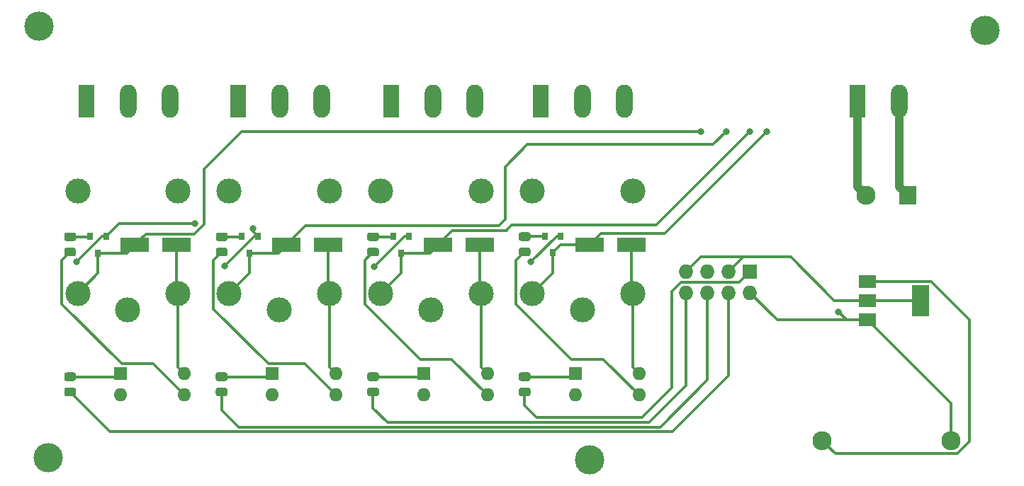
<source format=gbr>
%TF.GenerationSoftware,KiCad,Pcbnew,5.1.9-73d0e3b20d~88~ubuntu20.04.1*%
%TF.CreationDate,2021-10-10T01:19:02+05:30*%
%TF.ProjectId,ESP-Switch,4553502d-5377-4697-9463-682e6b696361,rev?*%
%TF.SameCoordinates,Original*%
%TF.FileFunction,Copper,L2,Bot*%
%TF.FilePolarity,Positive*%
%FSLAX46Y46*%
G04 Gerber Fmt 4.6, Leading zero omitted, Abs format (unit mm)*
G04 Created by KiCad (PCBNEW 5.1.9-73d0e3b20d~88~ubuntu20.04.1) date 2021-10-10 01:19:02*
%MOMM*%
%LPD*%
G01*
G04 APERTURE LIST*
%TA.AperFunction,ComponentPad*%
%ADD10C,2.600000*%
%TD*%
%TA.AperFunction,ConnectorPad*%
%ADD11C,3.500000*%
%TD*%
%TA.AperFunction,ComponentPad*%
%ADD12C,3.000000*%
%TD*%
%TA.AperFunction,ComponentPad*%
%ADD13R,1.727200X1.727200*%
%TD*%
%TA.AperFunction,ComponentPad*%
%ADD14O,1.727200X1.727200*%
%TD*%
%TA.AperFunction,ComponentPad*%
%ADD15R,1.980000X3.960000*%
%TD*%
%TA.AperFunction,ComponentPad*%
%ADD16O,1.980000X3.960000*%
%TD*%
%TA.AperFunction,ComponentPad*%
%ADD17C,2.300000*%
%TD*%
%TA.AperFunction,ComponentPad*%
%ADD18R,2.000000X2.300000*%
%TD*%
%TA.AperFunction,SMDPad,CuDef*%
%ADD19R,2.000000X3.800000*%
%TD*%
%TA.AperFunction,SMDPad,CuDef*%
%ADD20R,2.000000X1.500000*%
%TD*%
%TA.AperFunction,ComponentPad*%
%ADD21O,1.600000X1.600000*%
%TD*%
%TA.AperFunction,ComponentPad*%
%ADD22R,1.600000X1.600000*%
%TD*%
%TA.AperFunction,SMDPad,CuDef*%
%ADD23R,3.500000X1.800000*%
%TD*%
%TA.AperFunction,SMDPad,CuDef*%
%ADD24R,0.800000X0.900000*%
%TD*%
%TA.AperFunction,ViaPad*%
%ADD25C,0.800000*%
%TD*%
%TA.AperFunction,Conductor*%
%ADD26C,0.300000*%
%TD*%
%TA.AperFunction,Conductor*%
%ADD27C,1.000000*%
%TD*%
G04 APERTURE END LIST*
D10*
%TO.P,H1,1*%
%TO.N,N/C*%
X107100000Y-79110000D03*
D11*
X107100000Y-79110000D03*
%TD*%
D12*
%TO.P,K2,A1*%
%TO.N,+5V*%
X76050000Y-59180000D03*
%TO.P,K2,14*%
%TO.N,/AC\u005CL2-2*%
X76050000Y-46980000D03*
%TO.P,K2,12*%
%TO.N,/AC\u005CL2-1*%
X64050000Y-46980000D03*
%TO.P,K2,A2*%
%TO.N,Net-(D2-Pad2)*%
X64050000Y-59180000D03*
%TO.P,K2,11*%
%TO.N,/AC\u005CL2-3*%
X70050000Y-61180000D03*
%TD*%
%TO.P,K1,11*%
%TO.N,/AC\u005CL1-3*%
X51950000Y-61180000D03*
%TO.P,K1,A2*%
%TO.N,Net-(D1-Pad2)*%
X45950000Y-59180000D03*
%TO.P,K1,12*%
%TO.N,/AC\u005CL1-1*%
X45950000Y-46980000D03*
%TO.P,K1,14*%
%TO.N,/AC\u005CL1-2*%
X57950000Y-46980000D03*
%TO.P,K1,A1*%
%TO.N,+5V*%
X57950000Y-59180000D03*
%TD*%
D13*
%TO.P,ESP-01,1*%
%TO.N,Out4*%
X126280000Y-56570000D03*
D14*
%TO.P,ESP-01,2*%
%TO.N,GND*%
X126280000Y-59110000D03*
%TO.P,ESP-01,3*%
%TO.N,+3V3*%
X123740000Y-56570000D03*
%TO.P,ESP-01,4*%
%TO.N,Out1*%
X123740000Y-59110000D03*
%TO.P,ESP-01,5*%
%TO.N,N/C*%
X121200000Y-56570000D03*
%TO.P,ESP-01,6*%
%TO.N,Out2*%
X121200000Y-59110000D03*
%TO.P,ESP-01,7*%
%TO.N,+3V3*%
X118660000Y-56570000D03*
%TO.P,ESP-01,8*%
%TO.N,Out3*%
X118660000Y-59110000D03*
%TD*%
D15*
%TO.P,Switch-C1,1*%
%TO.N,/AC\u005CL3-1*%
X83400000Y-36210000D03*
D16*
%TO.P,Switch-C1,2*%
%TO.N,/AC\u005CL3-3*%
X88400000Y-36210000D03*
%TO.P,Switch-C1,3*%
%TO.N,/AC\u005CL3-2*%
X93400000Y-36210000D03*
%TD*%
%TO.P,Switch-A1,3*%
%TO.N,/AC\u005CL1-2*%
X57005000Y-36210000D03*
%TO.P,Switch-A1,2*%
%TO.N,/AC\u005CL1-3*%
X52005000Y-36210000D03*
D15*
%TO.P,Switch-A1,1*%
%TO.N,/AC\u005CL1-1*%
X47005000Y-36210000D03*
%TD*%
D10*
%TO.P,H4,1*%
%TO.N,N/C*%
X42420000Y-78900000D03*
D11*
X42420000Y-78900000D03*
%TD*%
D10*
%TO.P,H3,1*%
%TO.N,N/C*%
X41340000Y-27200000D03*
D11*
X41340000Y-27200000D03*
%TD*%
%TO.P,H1,1*%
%TO.N,N/C*%
X154340000Y-27760000D03*
D10*
X154340000Y-27760000D03*
%TD*%
D12*
%TO.P,K3,A1*%
%TO.N,+5V*%
X94150000Y-59180000D03*
%TO.P,K3,14*%
%TO.N,/AC\u005CL3-2*%
X94150000Y-46980000D03*
%TO.P,K3,12*%
%TO.N,/AC\u005CL3-1*%
X82150000Y-46980000D03*
%TO.P,K3,A2*%
%TO.N,Net-(D3-Pad2)*%
X82150000Y-59180000D03*
%TO.P,K3,11*%
%TO.N,/AC\u005CL3-3*%
X88150000Y-61180000D03*
%TD*%
%TO.P,K4,11*%
%TO.N,/AC\u005CL4-3*%
X106250000Y-61180000D03*
%TO.P,K4,A2*%
%TO.N,Net-(D4-Pad2)*%
X100250000Y-59180000D03*
%TO.P,K4,12*%
%TO.N,/AC\u005CL4-1*%
X100250000Y-46980000D03*
%TO.P,K4,14*%
%TO.N,/AC\u005CL4-2*%
X112250000Y-46980000D03*
%TO.P,K4,A1*%
%TO.N,+5V*%
X112250000Y-59180000D03*
%TD*%
D17*
%TO.P,Power Supply,3*%
%TO.N,GND*%
X150320000Y-76830000D03*
D18*
%TO.P,Power Supply,1*%
%TO.N,/AC_P*%
X145120000Y-47430000D03*
D17*
%TO.P,Power Supply,2*%
%TO.N,/AC_N*%
X140120000Y-47430000D03*
%TO.P,Power Supply,4*%
%TO.N,+5V*%
X134920000Y-76830000D03*
%TD*%
D19*
%TO.P,U1,2*%
%TO.N,+3V3*%
X146630000Y-60080000D03*
D20*
X140330000Y-60080000D03*
%TO.P,U1,3*%
%TO.N,+5V*%
X140330000Y-57780000D03*
%TO.P,U1,1*%
%TO.N,GND*%
X140330000Y-62380000D03*
%TD*%
D21*
%TO.P,OP1,4*%
%TO.N,+5V*%
X58720000Y-68820000D03*
%TO.P,OP1,2*%
%TO.N,GND*%
X51100000Y-71360000D03*
%TO.P,OP1,3*%
%TO.N,Net-(OP1-Pad3)*%
X58720000Y-71360000D03*
D22*
%TO.P,OP1,1*%
%TO.N,Net-(OP1-Pad1)*%
X51100000Y-68820000D03*
%TD*%
D21*
%TO.P,OP2,4*%
%TO.N,+5V*%
X76820000Y-68820000D03*
%TO.P,OP2,2*%
%TO.N,GND*%
X69200000Y-71360000D03*
%TO.P,OP2,3*%
%TO.N,Net-(OP2-Pad3)*%
X76820000Y-71360000D03*
D22*
%TO.P,OP2,1*%
%TO.N,Net-(OP2-Pad1)*%
X69200000Y-68820000D03*
%TD*%
%TO.P,OP3,1*%
%TO.N,Net-(OP3-Pad1)*%
X87300000Y-68820000D03*
D21*
%TO.P,OP3,3*%
%TO.N,Net-(OP3-Pad3)*%
X94920000Y-71360000D03*
%TO.P,OP3,2*%
%TO.N,GND*%
X87300000Y-71360000D03*
%TO.P,OP3,4*%
%TO.N,+5V*%
X94920000Y-68820000D03*
%TD*%
D22*
%TO.P,OP4,1*%
%TO.N,Net-(OP4-Pad1)*%
X105400000Y-68820000D03*
D21*
%TO.P,OP4,3*%
%TO.N,Net-(OP4-Pad3)*%
X113020000Y-71360000D03*
%TO.P,OP4,2*%
%TO.N,GND*%
X105400000Y-71360000D03*
%TO.P,OP4,4*%
%TO.N,+5V*%
X113020000Y-68820000D03*
%TD*%
D15*
%TO.P,Mains,1*%
%TO.N,/AC_N*%
X139110000Y-36200000D03*
D16*
%TO.P,Mains,2*%
%TO.N,/AC_P*%
X144110000Y-36200000D03*
%TD*%
%TO.P,Switch-B1,3*%
%TO.N,/AC\u005CL2-2*%
X75100000Y-36210000D03*
%TO.P,Switch-B1,2*%
%TO.N,/AC\u005CL2-3*%
X70100000Y-36210000D03*
D15*
%TO.P,Switch-B1,1*%
%TO.N,/AC\u005CL2-1*%
X65100000Y-36210000D03*
%TD*%
%TO.P,Switch-D1,1*%
%TO.N,/AC\u005CL4-1*%
X101300000Y-36210000D03*
D16*
%TO.P,Switch-D1,2*%
%TO.N,/AC\u005CL4-3*%
X106300000Y-36210000D03*
%TO.P,Switch-D1,3*%
%TO.N,/AC\u005CL4-2*%
X111300000Y-36210000D03*
%TD*%
D23*
%TO.P,D1,1*%
%TO.N,+5V*%
X57800000Y-53410000D03*
%TO.P,D1,2*%
%TO.N,Net-(D1-Pad2)*%
X52800000Y-53410000D03*
%TD*%
%TO.P,D2,2*%
%TO.N,Net-(D2-Pad2)*%
X70900000Y-53410000D03*
%TO.P,D2,1*%
%TO.N,+5V*%
X75900000Y-53410000D03*
%TD*%
%TO.P,D3,2*%
%TO.N,Net-(D3-Pad2)*%
X88980000Y-53400000D03*
%TO.P,D3,1*%
%TO.N,+5V*%
X93980000Y-53400000D03*
%TD*%
%TO.P,D4,1*%
%TO.N,+5V*%
X112110000Y-53380000D03*
%TO.P,D4,2*%
%TO.N,Net-(D4-Pad2)*%
X107110000Y-53380000D03*
%TD*%
D24*
%TO.P,Q1,1*%
%TO.N,Net-(Q1-Pad1)*%
X47450000Y-52360000D03*
%TO.P,Q1,2*%
%TO.N,GND*%
X49350000Y-52360000D03*
%TO.P,Q1,3*%
%TO.N,Net-(D1-Pad2)*%
X48400000Y-54360000D03*
%TD*%
%TO.P,Q2,3*%
%TO.N,Net-(D2-Pad2)*%
X66505000Y-54360000D03*
%TO.P,Q2,2*%
%TO.N,GND*%
X67455000Y-52360000D03*
%TO.P,Q2,1*%
%TO.N,Net-(Q2-Pad1)*%
X65555000Y-52360000D03*
%TD*%
%TO.P,Q3,1*%
%TO.N,Net-(Q3-Pad1)*%
X83640000Y-52350000D03*
%TO.P,Q3,2*%
%TO.N,GND*%
X85540000Y-52350000D03*
%TO.P,Q3,3*%
%TO.N,Net-(D3-Pad2)*%
X84590000Y-54350000D03*
%TD*%
%TO.P,Q4,3*%
%TO.N,Net-(D4-Pad2)*%
X102710000Y-54330000D03*
%TO.P,Q4,2*%
%TO.N,GND*%
X103660000Y-52330000D03*
%TO.P,Q4,1*%
%TO.N,Net-(Q4-Pad1)*%
X101760000Y-52330000D03*
%TD*%
%TO.P,ROP1,2*%
%TO.N,Out1*%
%TA.AperFunction,SMDPad,CuDef*%
G36*
G01*
X44599999Y-70480000D02*
X45500001Y-70480000D01*
G75*
G02*
X45750000Y-70729999I0J-249999D01*
G01*
X45750000Y-71255001D01*
G75*
G02*
X45500001Y-71505000I-249999J0D01*
G01*
X44599999Y-71505000D01*
G75*
G02*
X44350000Y-71255001I0J249999D01*
G01*
X44350000Y-70729999D01*
G75*
G02*
X44599999Y-70480000I249999J0D01*
G01*
G37*
%TD.AperFunction*%
%TO.P,ROP1,1*%
%TO.N,Net-(OP1-Pad1)*%
%TA.AperFunction,SMDPad,CuDef*%
G36*
G01*
X44599999Y-68655000D02*
X45500001Y-68655000D01*
G75*
G02*
X45750000Y-68904999I0J-249999D01*
G01*
X45750000Y-69430001D01*
G75*
G02*
X45500001Y-69680000I-249999J0D01*
G01*
X44599999Y-69680000D01*
G75*
G02*
X44350000Y-69430001I0J249999D01*
G01*
X44350000Y-68904999D01*
G75*
G02*
X44599999Y-68655000I249999J0D01*
G01*
G37*
%TD.AperFunction*%
%TD*%
%TO.P,ROP2,2*%
%TO.N,Out2*%
%TA.AperFunction,SMDPad,CuDef*%
G36*
G01*
X62699999Y-70480000D02*
X63600001Y-70480000D01*
G75*
G02*
X63850000Y-70729999I0J-249999D01*
G01*
X63850000Y-71255001D01*
G75*
G02*
X63600001Y-71505000I-249999J0D01*
G01*
X62699999Y-71505000D01*
G75*
G02*
X62450000Y-71255001I0J249999D01*
G01*
X62450000Y-70729999D01*
G75*
G02*
X62699999Y-70480000I249999J0D01*
G01*
G37*
%TD.AperFunction*%
%TO.P,ROP2,1*%
%TO.N,Net-(OP2-Pad1)*%
%TA.AperFunction,SMDPad,CuDef*%
G36*
G01*
X62699999Y-68655000D02*
X63600001Y-68655000D01*
G75*
G02*
X63850000Y-68904999I0J-249999D01*
G01*
X63850000Y-69430001D01*
G75*
G02*
X63600001Y-69680000I-249999J0D01*
G01*
X62699999Y-69680000D01*
G75*
G02*
X62450000Y-69430001I0J249999D01*
G01*
X62450000Y-68904999D01*
G75*
G02*
X62699999Y-68655000I249999J0D01*
G01*
G37*
%TD.AperFunction*%
%TD*%
%TO.P,ROP3,2*%
%TO.N,Out3*%
%TA.AperFunction,SMDPad,CuDef*%
G36*
G01*
X80799999Y-70480000D02*
X81700001Y-70480000D01*
G75*
G02*
X81950000Y-70729999I0J-249999D01*
G01*
X81950000Y-71255001D01*
G75*
G02*
X81700001Y-71505000I-249999J0D01*
G01*
X80799999Y-71505000D01*
G75*
G02*
X80550000Y-71255001I0J249999D01*
G01*
X80550000Y-70729999D01*
G75*
G02*
X80799999Y-70480000I249999J0D01*
G01*
G37*
%TD.AperFunction*%
%TO.P,ROP3,1*%
%TO.N,Net-(OP3-Pad1)*%
%TA.AperFunction,SMDPad,CuDef*%
G36*
G01*
X80799999Y-68655000D02*
X81700001Y-68655000D01*
G75*
G02*
X81950000Y-68904999I0J-249999D01*
G01*
X81950000Y-69430001D01*
G75*
G02*
X81700001Y-69680000I-249999J0D01*
G01*
X80799999Y-69680000D01*
G75*
G02*
X80550000Y-69430001I0J249999D01*
G01*
X80550000Y-68904999D01*
G75*
G02*
X80799999Y-68655000I249999J0D01*
G01*
G37*
%TD.AperFunction*%
%TD*%
%TO.P,ROP4,2*%
%TO.N,Out4*%
%TA.AperFunction,SMDPad,CuDef*%
G36*
G01*
X98899999Y-70480000D02*
X99800001Y-70480000D01*
G75*
G02*
X100050000Y-70729999I0J-249999D01*
G01*
X100050000Y-71255001D01*
G75*
G02*
X99800001Y-71505000I-249999J0D01*
G01*
X98899999Y-71505000D01*
G75*
G02*
X98650000Y-71255001I0J249999D01*
G01*
X98650000Y-70729999D01*
G75*
G02*
X98899999Y-70480000I249999J0D01*
G01*
G37*
%TD.AperFunction*%
%TO.P,ROP4,1*%
%TO.N,Net-(OP4-Pad1)*%
%TA.AperFunction,SMDPad,CuDef*%
G36*
G01*
X98899999Y-68655000D02*
X99800001Y-68655000D01*
G75*
G02*
X100050000Y-68904999I0J-249999D01*
G01*
X100050000Y-69430001D01*
G75*
G02*
X99800001Y-69680000I-249999J0D01*
G01*
X98899999Y-69680000D01*
G75*
G02*
X98650000Y-69430001I0J249999D01*
G01*
X98650000Y-68904999D01*
G75*
G02*
X98899999Y-68655000I249999J0D01*
G01*
G37*
%TD.AperFunction*%
%TD*%
%TO.P,RQ1,1*%
%TO.N,Net-(Q1-Pad1)*%
%TA.AperFunction,SMDPad,CuDef*%
G36*
G01*
X44599999Y-51915000D02*
X45500001Y-51915000D01*
G75*
G02*
X45750000Y-52164999I0J-249999D01*
G01*
X45750000Y-52690001D01*
G75*
G02*
X45500001Y-52940000I-249999J0D01*
G01*
X44599999Y-52940000D01*
G75*
G02*
X44350000Y-52690001I0J249999D01*
G01*
X44350000Y-52164999D01*
G75*
G02*
X44599999Y-51915000I249999J0D01*
G01*
G37*
%TD.AperFunction*%
%TO.P,RQ1,2*%
%TO.N,Net-(OP1-Pad3)*%
%TA.AperFunction,SMDPad,CuDef*%
G36*
G01*
X44599999Y-53740000D02*
X45500001Y-53740000D01*
G75*
G02*
X45750000Y-53989999I0J-249999D01*
G01*
X45750000Y-54515001D01*
G75*
G02*
X45500001Y-54765000I-249999J0D01*
G01*
X44599999Y-54765000D01*
G75*
G02*
X44350000Y-54515001I0J249999D01*
G01*
X44350000Y-53989999D01*
G75*
G02*
X44599999Y-53740000I249999J0D01*
G01*
G37*
%TD.AperFunction*%
%TD*%
%TO.P,RQ2,1*%
%TO.N,Net-(Q2-Pad1)*%
%TA.AperFunction,SMDPad,CuDef*%
G36*
G01*
X62709999Y-51915000D02*
X63610001Y-51915000D01*
G75*
G02*
X63860000Y-52164999I0J-249999D01*
G01*
X63860000Y-52690001D01*
G75*
G02*
X63610001Y-52940000I-249999J0D01*
G01*
X62709999Y-52940000D01*
G75*
G02*
X62460000Y-52690001I0J249999D01*
G01*
X62460000Y-52164999D01*
G75*
G02*
X62709999Y-51915000I249999J0D01*
G01*
G37*
%TD.AperFunction*%
%TO.P,RQ2,2*%
%TO.N,Net-(OP2-Pad3)*%
%TA.AperFunction,SMDPad,CuDef*%
G36*
G01*
X62709999Y-53740000D02*
X63610001Y-53740000D01*
G75*
G02*
X63860000Y-53989999I0J-249999D01*
G01*
X63860000Y-54515001D01*
G75*
G02*
X63610001Y-54765000I-249999J0D01*
G01*
X62709999Y-54765000D01*
G75*
G02*
X62460000Y-54515001I0J249999D01*
G01*
X62460000Y-53989999D01*
G75*
G02*
X62709999Y-53740000I249999J0D01*
G01*
G37*
%TD.AperFunction*%
%TD*%
%TO.P,RQ3,1*%
%TO.N,Net-(Q3-Pad1)*%
%TA.AperFunction,SMDPad,CuDef*%
G36*
G01*
X80799999Y-51905000D02*
X81700001Y-51905000D01*
G75*
G02*
X81950000Y-52154999I0J-249999D01*
G01*
X81950000Y-52680001D01*
G75*
G02*
X81700001Y-52930000I-249999J0D01*
G01*
X80799999Y-52930000D01*
G75*
G02*
X80550000Y-52680001I0J249999D01*
G01*
X80550000Y-52154999D01*
G75*
G02*
X80799999Y-51905000I249999J0D01*
G01*
G37*
%TD.AperFunction*%
%TO.P,RQ3,2*%
%TO.N,Net-(OP3-Pad3)*%
%TA.AperFunction,SMDPad,CuDef*%
G36*
G01*
X80799999Y-53730000D02*
X81700001Y-53730000D01*
G75*
G02*
X81950000Y-53979999I0J-249999D01*
G01*
X81950000Y-54505001D01*
G75*
G02*
X81700001Y-54755000I-249999J0D01*
G01*
X80799999Y-54755000D01*
G75*
G02*
X80550000Y-54505001I0J249999D01*
G01*
X80550000Y-53979999D01*
G75*
G02*
X80799999Y-53730000I249999J0D01*
G01*
G37*
%TD.AperFunction*%
%TD*%
%TO.P,RQ4,1*%
%TO.N,Net-(Q4-Pad1)*%
%TA.AperFunction,SMDPad,CuDef*%
G36*
G01*
X98909999Y-51885000D02*
X99810001Y-51885000D01*
G75*
G02*
X100060000Y-52134999I0J-249999D01*
G01*
X100060000Y-52660001D01*
G75*
G02*
X99810001Y-52910000I-249999J0D01*
G01*
X98909999Y-52910000D01*
G75*
G02*
X98660000Y-52660001I0J249999D01*
G01*
X98660000Y-52134999D01*
G75*
G02*
X98909999Y-51885000I249999J0D01*
G01*
G37*
%TD.AperFunction*%
%TO.P,RQ4,2*%
%TO.N,Net-(OP4-Pad3)*%
%TA.AperFunction,SMDPad,CuDef*%
G36*
G01*
X98909999Y-53710000D02*
X99810001Y-53710000D01*
G75*
G02*
X100060000Y-53959999I0J-249999D01*
G01*
X100060000Y-54485001D01*
G75*
G02*
X99810001Y-54735000I-249999J0D01*
G01*
X98909999Y-54735000D01*
G75*
G02*
X98660000Y-54485001I0J249999D01*
G01*
X98660000Y-53959999D01*
G75*
G02*
X98909999Y-53710000I249999J0D01*
G01*
G37*
%TD.AperFunction*%
%TD*%
D25*
%TO.N,Net-(D1-Pad2)*%
X120400000Y-39840000D03*
%TO.N,Net-(D2-Pad2)*%
X123430000Y-39800000D03*
%TO.N,Net-(D3-Pad2)*%
X126230000Y-39820000D03*
%TO.N,Net-(D4-Pad2)*%
X128280000Y-39860000D03*
%TO.N,GND*%
X45815805Y-55411904D03*
X63530000Y-55880000D03*
X81420000Y-55990000D03*
X100087009Y-55434569D03*
X136870000Y-61380000D03*
X59990000Y-50820000D03*
X66880000Y-51390000D03*
%TD*%
D26*
%TO.N,+5V*%
X57950000Y-68050000D02*
X58720000Y-68820000D01*
X57950000Y-59180000D02*
X57950000Y-68050000D01*
X76050000Y-68050000D02*
X76820000Y-68820000D01*
X76050000Y-59180000D02*
X76050000Y-68050000D01*
X94150000Y-68050000D02*
X94920000Y-68820000D01*
X94150000Y-59180000D02*
X94150000Y-68050000D01*
X112250000Y-68050000D02*
X113020000Y-68820000D01*
X112250000Y-59180000D02*
X112250000Y-68050000D01*
X112110000Y-59040000D02*
X112250000Y-59180000D01*
X112110000Y-53380000D02*
X112110000Y-59040000D01*
X93980000Y-59010000D02*
X94150000Y-59180000D01*
X93980000Y-53400000D02*
X93980000Y-59010000D01*
X75900000Y-59030000D02*
X76050000Y-59180000D01*
X75900000Y-53410000D02*
X75900000Y-59030000D01*
X57800000Y-59030000D02*
X57950000Y-59180000D01*
X57800000Y-53410000D02*
X57800000Y-59030000D01*
X147950001Y-57779999D02*
X152510000Y-62339998D01*
X140330000Y-57780000D02*
X147950001Y-57779999D01*
X136470001Y-78380001D02*
X134920000Y-76830000D01*
X151064001Y-78380001D02*
X136470001Y-78380001D01*
X152510000Y-76934002D02*
X151064001Y-78380001D01*
X152510000Y-62339998D02*
X152510000Y-76934002D01*
%TO.N,Net-(D1-Pad2)*%
X48400000Y-56730000D02*
X45950000Y-59180000D01*
X48400000Y-54360000D02*
X48400000Y-56730000D01*
X51850000Y-54360000D02*
X52800000Y-53410000D01*
X48400000Y-54360000D02*
X51850000Y-54360000D01*
X54100001Y-52109999D02*
X59884005Y-52109999D01*
X52800000Y-53410000D02*
X54100001Y-52109999D01*
X65570000Y-39840000D02*
X120400000Y-39840000D01*
X59884005Y-52109999D02*
X61080000Y-50914004D01*
X61080000Y-50914004D02*
X61080000Y-44330000D01*
X61080000Y-44330000D02*
X65570000Y-39840000D01*
%TO.N,Net-(D2-Pad2)*%
X66505000Y-56725000D02*
X64050000Y-59180000D01*
X66505000Y-54360000D02*
X66505000Y-56725000D01*
X69950000Y-54360000D02*
X70900000Y-53410000D01*
X66505000Y-54360000D02*
X69950000Y-54360000D01*
X121870000Y-41360000D02*
X123430000Y-39800000D01*
X97030000Y-44020000D02*
X99690000Y-41360000D01*
X97030000Y-50330000D02*
X97030000Y-44020000D01*
X96240000Y-51120000D02*
X97030000Y-50330000D01*
X99690000Y-41360000D02*
X121870000Y-41360000D01*
X73190000Y-51120000D02*
X96240000Y-51120000D01*
X70900000Y-53410000D02*
X73190000Y-51120000D01*
%TO.N,Net-(D3-Pad2)*%
X84590000Y-56740000D02*
X82150000Y-59180000D01*
X84590000Y-54350000D02*
X84590000Y-56740000D01*
X88030000Y-54350000D02*
X88980000Y-53400000D01*
X84590000Y-54350000D02*
X88030000Y-54350000D01*
X90709989Y-51670011D02*
X88980000Y-53400000D01*
X97190011Y-51670011D02*
X90709989Y-51670011D01*
X97190011Y-51609989D02*
X97190011Y-51670011D01*
X97804990Y-50995010D02*
X97190011Y-51609989D01*
X115054990Y-50995010D02*
X97804990Y-50995010D01*
X126230000Y-39820000D02*
X115054990Y-50995010D01*
%TO.N,Net-(D4-Pad2)*%
X102710000Y-56720000D02*
X100250000Y-59180000D01*
X102710000Y-54330000D02*
X102710000Y-56720000D01*
X103660000Y-53380000D02*
X102710000Y-54330000D01*
X107110000Y-53380000D02*
X103660000Y-53380000D01*
X107110000Y-53380000D02*
X108459990Y-52030010D01*
X108459990Y-52030010D02*
X116109990Y-52030010D01*
X116109990Y-52030010D02*
X128280000Y-39860000D01*
%TO.N,GND*%
X126280000Y-59110000D02*
X129550000Y-62380000D01*
X150320000Y-72370000D02*
X140330000Y-62380000D01*
X150320000Y-76830000D02*
X150320000Y-72370000D01*
X67050000Y-52360000D02*
X63530000Y-55880000D01*
X67455000Y-52360000D02*
X67050000Y-52360000D01*
X85060000Y-52350000D02*
X85540000Y-52350000D01*
X81420000Y-55990000D02*
X85060000Y-52350000D01*
X103191578Y-52330000D02*
X100087009Y-55434569D01*
X103660000Y-52330000D02*
X103191578Y-52330000D01*
X137870000Y-62380000D02*
X138110000Y-62380000D01*
X136870000Y-61380000D02*
X137870000Y-62380000D01*
X138110000Y-62380000D02*
X140330000Y-62380000D01*
X129550000Y-62380000D02*
X138110000Y-62380000D01*
X50890000Y-50820000D02*
X59990000Y-50820000D01*
X49350000Y-52360000D02*
X50890000Y-50820000D01*
X66880000Y-51785000D02*
X67455000Y-52360000D01*
X66880000Y-51390000D02*
X66880000Y-51785000D01*
X48867708Y-52360000D02*
X47913854Y-53313854D01*
X49350000Y-52360000D02*
X48867708Y-52360000D01*
X47913854Y-53313854D02*
X45815805Y-55411904D01*
%TO.N,Out4*%
X125016399Y-57833601D02*
X126280000Y-56570000D01*
X118066269Y-57833601D02*
X125016399Y-57833601D01*
X116950000Y-58949870D02*
X118066269Y-57833601D01*
X116950000Y-70510000D02*
X116950000Y-58949870D01*
X113420000Y-74040000D02*
X116950000Y-70510000D01*
X100760000Y-74040000D02*
X113420000Y-74040000D01*
X99350000Y-72630000D02*
X100760000Y-74040000D01*
X99350000Y-70992500D02*
X99350000Y-72630000D01*
%TO.N,Out3*%
X118660000Y-68273835D02*
X118660000Y-59110000D01*
X118660000Y-70200000D02*
X118660000Y-68273835D01*
X114210000Y-74650000D02*
X118660000Y-70200000D01*
X82980000Y-74650000D02*
X114210000Y-74650000D01*
X81250000Y-72920000D02*
X82980000Y-74650000D01*
X81250000Y-70992500D02*
X81250000Y-72920000D01*
%TO.N,Out1*%
X123740000Y-69047833D02*
X123740000Y-60331314D01*
X117037811Y-75750022D02*
X123740000Y-69047833D01*
X49807522Y-75750022D02*
X117037811Y-75750022D01*
X123740000Y-60331314D02*
X123740000Y-59110000D01*
X45050000Y-70992500D02*
X49807522Y-75750022D01*
%TO.N,+3V3*%
X146630000Y-60080000D02*
X140330000Y-60080000D01*
X140330000Y-60080000D02*
X136370000Y-60080000D01*
X136370000Y-60080000D02*
X131140000Y-54850000D01*
X125460000Y-54850000D02*
X123740000Y-56570000D01*
X120380000Y-54850000D02*
X125710000Y-54850000D01*
X118660000Y-56570000D02*
X120380000Y-54850000D01*
X125710000Y-54850000D02*
X125460000Y-54850000D01*
X131140000Y-54850000D02*
X125710000Y-54850000D01*
%TO.N,Net-(OP1-Pad3)*%
X54979999Y-67619999D02*
X58720000Y-71360000D01*
X51208945Y-67619999D02*
X54979999Y-67619999D01*
X44049999Y-60461053D02*
X51208945Y-67619999D01*
X44049999Y-55252501D02*
X44049999Y-60461053D01*
X45050000Y-54252500D02*
X44049999Y-55252501D01*
%TO.N,Net-(OP1-Pad1)*%
X50752500Y-69167500D02*
X51100000Y-68820000D01*
X45050000Y-69167500D02*
X50752500Y-69167500D01*
%TO.N,Net-(OP2-Pad3)*%
X73079999Y-67619999D02*
X76820000Y-71360000D01*
X68729999Y-67619999D02*
X73079999Y-67619999D01*
X62149999Y-61039999D02*
X68729999Y-67619999D01*
X62149999Y-55262501D02*
X62149999Y-61039999D01*
X63160000Y-54252500D02*
X62149999Y-55262501D01*
%TO.N,Net-(OP2-Pad1)*%
X68852500Y-69167500D02*
X69200000Y-68820000D01*
X63150000Y-69167500D02*
X68852500Y-69167500D01*
%TO.N,Net-(OP3-Pad1)*%
X86952500Y-69167500D02*
X87300000Y-68820000D01*
X81250000Y-69167500D02*
X86952500Y-69167500D01*
%TO.N,Net-(OP3-Pad3)*%
X81250000Y-54242500D02*
X80249999Y-55242501D01*
X80249999Y-55242501D02*
X80249999Y-60451053D01*
X86868934Y-67069988D02*
X90629988Y-67069988D01*
X80249999Y-60451053D02*
X86868934Y-67069988D01*
X90629988Y-67069988D02*
X94920000Y-71360000D01*
%TO.N,Net-(OP4-Pad1)*%
X105052500Y-69167500D02*
X105400000Y-68820000D01*
X99350000Y-69167500D02*
X105052500Y-69167500D01*
%TO.N,Net-(OP4-Pad3)*%
X98349999Y-55232501D02*
X99360000Y-54222500D01*
X104948934Y-67069988D02*
X98349999Y-60471053D01*
X113020000Y-71360000D02*
X108729988Y-67069988D01*
X108729988Y-67069988D02*
X104948934Y-67069988D01*
X98349999Y-60471053D02*
X98349999Y-55232501D01*
%TO.N,Out2*%
X121200000Y-69580000D02*
X121200000Y-59110000D01*
X115579989Y-75200011D02*
X121200000Y-69580000D01*
X65180011Y-75200011D02*
X115579989Y-75200011D01*
X63150000Y-73170000D02*
X65180011Y-75200011D01*
X63150000Y-70992500D02*
X63150000Y-73170000D01*
D27*
%TO.N,/AC_N*%
X139110000Y-46420000D02*
X140120000Y-47430000D01*
X139110000Y-36200000D02*
X139110000Y-46420000D01*
%TO.N,/AC_P*%
X144110000Y-46420000D02*
X145120000Y-47430000D01*
X144110000Y-36200000D02*
X144110000Y-46420000D01*
D26*
%TO.N,Net-(Q1-Pad1)*%
X47382500Y-52427500D02*
X47450000Y-52360000D01*
X45050000Y-52427500D02*
X47382500Y-52427500D01*
%TO.N,Net-(Q2-Pad1)*%
X65487500Y-52427500D02*
X65555000Y-52360000D01*
X63160000Y-52427500D02*
X65487500Y-52427500D01*
%TO.N,Net-(Q3-Pad1)*%
X83572500Y-52417500D02*
X83640000Y-52350000D01*
X81250000Y-52417500D02*
X83572500Y-52417500D01*
%TO.N,Net-(Q4-Pad1)*%
X101692500Y-52397500D02*
X101760000Y-52330000D01*
X99360000Y-52397500D02*
X101692500Y-52397500D01*
%TD*%
M02*

</source>
